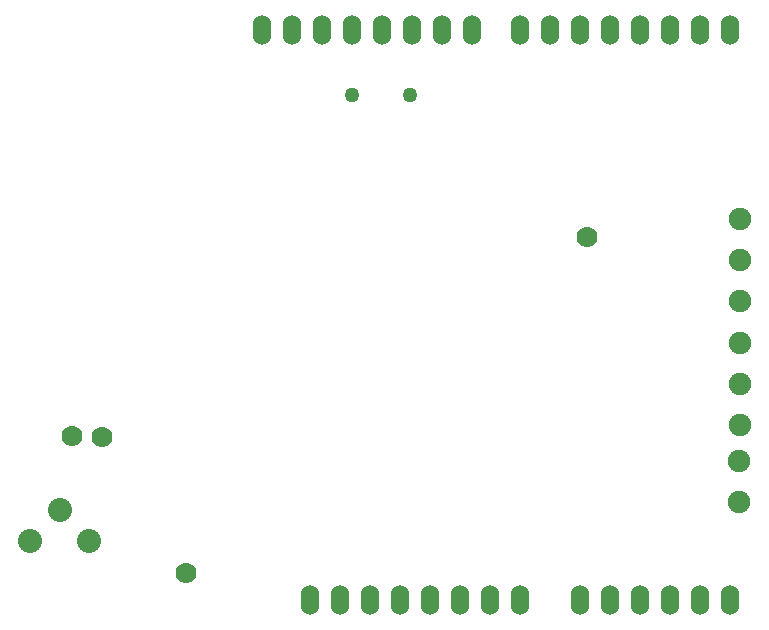
<source format=gbs>
G04 (created by PCBNEW (2013-07-07 BZR 4022)-stable) date 10/23/2014 11:52:32 AM*
%MOIN*%
G04 Gerber Fmt 3.4, Leading zero omitted, Abs format*
%FSLAX34Y34*%
G01*
G70*
G90*
G04 APERTURE LIST*
%ADD10C,0.00590551*%
%ADD11C,0.05*%
%ADD12C,0.07*%
%ADD13C,0.08*%
%ADD14C,0.075*%
%ADD15O,0.06X0.1*%
G04 APERTURE END LIST*
G54D10*
G54D11*
X71873Y-28705D03*
X73794Y-28705D03*
G54D12*
X79716Y-33432D03*
X62548Y-40083D03*
X63555Y-40087D03*
G54D13*
X63121Y-43557D03*
X61151Y-43557D03*
X62141Y-42527D03*
G54D14*
X84798Y-32822D03*
X84798Y-34200D03*
X84798Y-35578D03*
X84798Y-36956D03*
X84798Y-38334D03*
X84798Y-39712D03*
X84759Y-40885D03*
X84759Y-42263D03*
G54D12*
X66350Y-44630D03*
G54D15*
X75890Y-26534D03*
X74890Y-26534D03*
X73890Y-26534D03*
X72890Y-26534D03*
X71890Y-26534D03*
X70890Y-26534D03*
X69890Y-26534D03*
X68890Y-26534D03*
X73490Y-45534D03*
X72490Y-45534D03*
X71490Y-45534D03*
X70490Y-45534D03*
X74490Y-45534D03*
X75490Y-45534D03*
X76490Y-45534D03*
X77490Y-45534D03*
X79490Y-45534D03*
X80490Y-45534D03*
X81490Y-45534D03*
X82490Y-45534D03*
X83490Y-45534D03*
X84490Y-45534D03*
X84490Y-26534D03*
X83490Y-26534D03*
X82490Y-26534D03*
X81490Y-26534D03*
X80490Y-26534D03*
X79490Y-26534D03*
X78490Y-26534D03*
X77490Y-26534D03*
M02*

</source>
